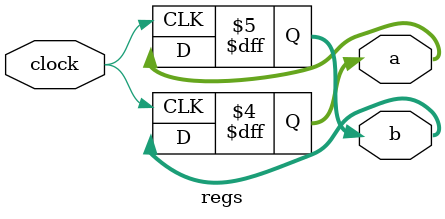
<source format=v>
module regs (clock, a, b);

input clock;

output [7:0] a;
output [7:0] b;

reg [7:0] a = 8'b1;
reg [7:0] b = 8'b10;

always @(posedge clock) begin
  a <= b;
  b <= a;
end

endmodule

</source>
